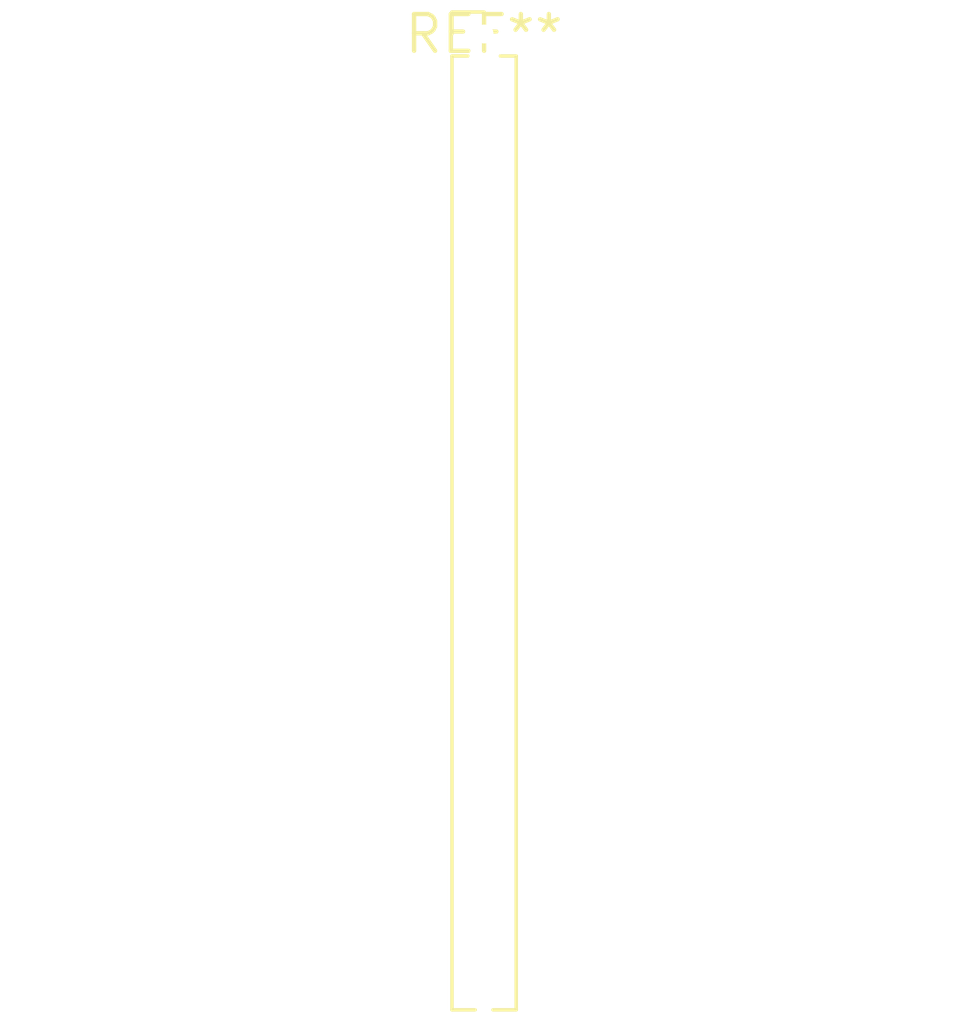
<source format=kicad_pcb>
(kicad_pcb (version 20240108) (generator pcbnew)
  (layers (0 "F.Cu" signal) (31 "B.Cu" signal) (34 "B.Paste" user) (35 "F.Paste" user) (36 "B.SilkS" user "B.Silkscreen") (37 "F.SilkS" user "F.Silkscreen") (38 "B.Mask" user) (39 "F.Mask" user) (44 "Edge.Cuts" user))
  (net 0 "")
  (footprint "PinHeader_1x27_P1.27mm_Vertical" (layer "F.Cu") (at 0 0)
    (property "Reference" "REF**")
    (property "Value" "PinHeader_1x27_P1.27mm_Vertical")
    (fp_line (start -1.11 -0.76) (end 0 -0.76) (layer "F.SilkS") (stroke (width 0.12)))
    (fp_line (start -1.11 0) (end -1.11 -0.76) (layer "F.SilkS") (stroke (width 0.12)))
    (fp_line (start -1.11 0.76) (end -1.11 33.715) (layer "F.SilkS") (stroke (width 0.12)))
    (fp_line (start -1.11 0.76) (end -0.563471 0.76) (layer "F.SilkS") (stroke (width 0.12)))
    (fp_line (start -1.11 33.715) (end -0.30753 33.715) (layer "F.SilkS") (stroke (width 0.12)))
    (fp_line (start 0.30753 33.715) (end 1.11 33.715) (layer "F.SilkS") (stroke (width 0.12)))
    (fp_line (start 0.563471 0.76) (end 1.11 0.76) (layer "F.SilkS") (stroke (width 0.12)))
    (fp_line (start 1.11 0.76) (end 1.11 33.715) (layer "F.SilkS") (stroke (width 0.12)))
    (pad "1" thru_hole rect (at 0 0) (size 1 1) (drill 0.65) (layers *.Cu *.Mask) (remove_unused_layers))
    (pad "2" thru_hole oval (at 0 1.27) (size 1 1) (drill 0.65) (layers *.Cu *.Mask) (remove_unused_layers))
    (pad "3" thru_hole oval (at 0 2.54) (size 1 1) (drill 0.65) (layers *.Cu *.Mask) (remove_unused_layers))
    (pad "4" thru_hole oval (at 0 3.81) (size 1 1) (drill 0.65) (layers *.Cu *.Mask) (remove_unused_layers))
    (pad "5" thru_hole oval (at 0 5.08) (size 1 1) (drill 0.65) (layers *.Cu *.Mask) (remove_unused_layers))
    (pad "6" thru_hole oval (at 0 6.35) (size 1 1) (drill 0.65) (layers *.Cu *.Mask) (remove_unused_layers))
    (pad "7" thru_hole oval (at 0 7.62) (size 1 1) (drill 0.65) (layers *.Cu *.Mask) (remove_unused_layers))
    (pad "8" thru_hole oval (at 0 8.89) (size 1 1) (drill 0.65) (layers *.Cu *.Mask) (remove_unused_layers))
    (pad "9" thru_hole oval (at 0 10.16) (size 1 1) (drill 0.65) (layers *.Cu *.Mask) (remove_unused_layers))
    (pad "10" thru_hole oval (at 0 11.43) (size 1 1) (drill 0.65) (layers *.Cu *.Mask) (remove_unused_layers))
    (pad "11" thru_hole oval (at 0 12.7) (size 1 1) (drill 0.65) (layers *.Cu *.Mask) (remove_unused_layers))
    (pad "12" thru_hole oval (at 0 13.97) (size 1 1) (drill 0.65) (layers *.Cu *.Mask) (remove_unused_layers))
    (pad "13" thru_hole oval (at 0 15.24) (size 1 1) (drill 0.65) (layers *.Cu *.Mask) (remove_unused_layers))
    (pad "14" thru_hole oval (at 0 16.51) (size 1 1) (drill 0.65) (layers *.Cu *.Mask) (remove_unused_layers))
    (pad "15" thru_hole oval (at 0 17.78) (size 1 1) (drill 0.65) (layers *.Cu *.Mask) (remove_unused_layers))
    (pad "16" thru_hole oval (at 0 19.05) (size 1 1) (drill 0.65) (layers *.Cu *.Mask) (remove_unused_layers))
    (pad "17" thru_hole oval (at 0 20.32) (size 1 1) (drill 0.65) (layers *.Cu *.Mask) (remove_unused_layers))
    (pad "18" thru_hole oval (at 0 21.59) (size 1 1) (drill 0.65) (layers *.Cu *.Mask) (remove_unused_layers))
    (pad "19" thru_hole oval (at 0 22.86) (size 1 1) (drill 0.65) (layers *.Cu *.Mask) (remove_unused_layers))
    (pad "20" thru_hole oval (at 0 24.13) (size 1 1) (drill 0.65) (layers *.Cu *.Mask) (remove_unused_layers))
    (pad "21" thru_hole oval (at 0 25.4) (size 1 1) (drill 0.65) (layers *.Cu *.Mask) (remove_unused_layers))
    (pad "22" thru_hole oval (at 0 26.67) (size 1 1) (drill 0.65) (layers *.Cu *.Mask) (remove_unused_layers))
    (pad "23" thru_hole oval (at 0 27.94) (size 1 1) (drill 0.65) (layers *.Cu *.Mask) (remove_unused_layers))
    (pad "24" thru_hole oval (at 0 29.21) (size 1 1) (drill 0.65) (layers *.Cu *.Mask) (remove_unused_layers))
    (pad "25" thru_hole oval (at 0 30.48) (size 1 1) (drill 0.65) (layers *.Cu *.Mask) (remove_unused_layers))
    (pad "26" thru_hole oval (at 0 31.75) (size 1 1) (drill 0.65) (layers *.Cu *.Mask) (remove_unused_layers))
    (pad "27" thru_hole oval (at 0 33.02) (size 1 1) (drill 0.65) (layers *.Cu *.Mask) (remove_unused_layers))
  )
)
</source>
